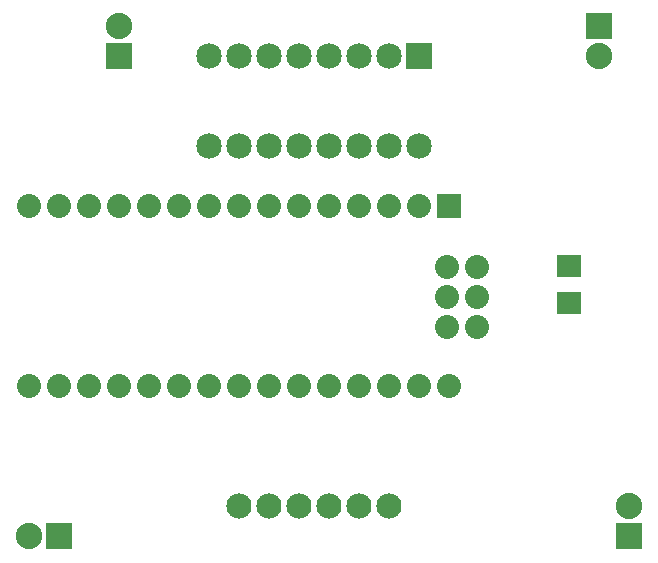
<source format=gbs>
G04 MADE WITH FRITZING*
G04 WWW.FRITZING.ORG*
G04 SINGLE SIDED*
G04 HOLES NOT PLATED*
G04 CONTOUR ON CENTER OF CONTOUR VECTOR*
%ASAXBY*%
%FSLAX23Y23*%
%MOIN*%
%OFA0B0*%
%SFA1.0B1.0*%
%ADD10C,0.080000*%
%ADD11C,0.084000*%
%ADD12C,0.085000*%
%ADD13C,0.088000*%
%ADD14R,0.080000X0.079958*%
%ADD15R,0.085000X0.085000*%
%ADD16R,0.088000X0.088000*%
%ADD17R,0.084803X0.072992*%
%LNMASK0*%
G90*
G70*
G54D10*
X1612Y1498D03*
X1512Y1498D03*
X1412Y1498D03*
X1312Y1498D03*
X1212Y1498D03*
X1112Y1498D03*
X1012Y1498D03*
X912Y1498D03*
X812Y1498D03*
X712Y1498D03*
X612Y1498D03*
X512Y1498D03*
X412Y1498D03*
X312Y1498D03*
X212Y1498D03*
X1612Y898D03*
X1512Y898D03*
X1412Y898D03*
X1312Y898D03*
X1212Y898D03*
X1112Y898D03*
X1012Y898D03*
X912Y898D03*
X812Y898D03*
X712Y898D03*
X612Y898D03*
X512Y898D03*
X412Y898D03*
X312Y898D03*
X212Y898D03*
X1707Y1297D03*
X1607Y1297D03*
X1707Y1197D03*
X1607Y1197D03*
X1707Y1097D03*
X1607Y1097D03*
G54D11*
X912Y498D03*
X1012Y498D03*
X1112Y498D03*
X1212Y498D03*
X1312Y498D03*
X1412Y498D03*
G54D12*
X1512Y1998D03*
X1512Y1698D03*
X1412Y1998D03*
X1412Y1698D03*
X1312Y1998D03*
X1312Y1698D03*
X1212Y1998D03*
X1212Y1698D03*
X1112Y1998D03*
X1112Y1698D03*
X1012Y1998D03*
X1012Y1698D03*
X912Y1998D03*
X912Y1698D03*
X812Y1998D03*
X812Y1698D03*
G54D13*
X2112Y2098D03*
X2112Y1998D03*
X2212Y398D03*
X2212Y498D03*
X512Y1998D03*
X512Y2098D03*
X312Y398D03*
X212Y398D03*
G54D14*
X1612Y1498D03*
G54D15*
X1512Y1998D03*
G54D16*
X2112Y2098D03*
X2212Y398D03*
X512Y1998D03*
X312Y398D03*
G54D17*
X2012Y1176D03*
X2012Y1298D03*
G04 End of Mask0*
M02*
</source>
